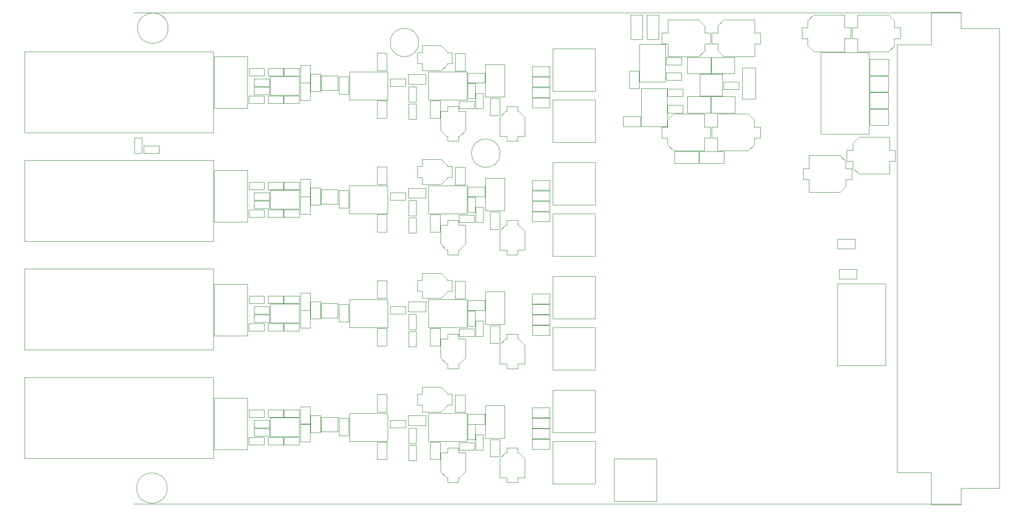
<source format=gbr>
G04 #@! TF.GenerationSoftware,KiCad,Pcbnew,(5.1.2)-1*
G04 #@! TF.CreationDate,2020-09-11T16:18:24+02:00*
G04 #@! TF.ProjectId,AFE_1CH_2V0,4146455f-3143-4485-9f32-56302e6b6963,3.1*
G04 #@! TF.SameCoordinates,Original*
G04 #@! TF.FileFunction,Other,User*
%FSLAX46Y46*%
G04 Gerber Fmt 4.6, Leading zero omitted, Abs format (unit mm)*
G04 Created by KiCad (PCBNEW (5.1.2)-1) date 2020-09-11 16:18:24*
%MOMM*%
%LPD*%
G04 APERTURE LIST*
%ADD10C,0.050000*%
G04 APERTURE END LIST*
D10*
X90000000Y-142500000D02*
X250000000Y-142500000D01*
X90000000Y-47500000D02*
X250000000Y-47500000D01*
X147049000Y-58905000D02*
X147049000Y-64305000D01*
X147049000Y-64305000D02*
X154449000Y-64305000D01*
X154449000Y-64305000D02*
X154449000Y-58905000D01*
X154449000Y-58905000D02*
X147049000Y-58905000D01*
X147049000Y-80915000D02*
X147049000Y-86315000D01*
X147049000Y-86315000D02*
X154449000Y-86315000D01*
X154449000Y-86315000D02*
X154449000Y-80915000D01*
X154449000Y-80915000D02*
X147049000Y-80915000D01*
X147049000Y-102925000D02*
X147049000Y-108325000D01*
X147049000Y-108325000D02*
X154449000Y-108325000D01*
X154449000Y-108325000D02*
X154449000Y-102925000D01*
X154449000Y-102925000D02*
X147049000Y-102925000D01*
X147049000Y-124935000D02*
X147049000Y-130335000D01*
X147049000Y-130335000D02*
X154449000Y-130335000D01*
X154449000Y-130335000D02*
X154449000Y-124935000D01*
X154449000Y-124935000D02*
X147049000Y-124935000D01*
X96520000Y-139425000D02*
G75*
G03X96520000Y-139425000I-2950000J0D01*
G01*
X96700000Y-50475000D02*
G75*
G03X96700000Y-50475000I-2950000J0D01*
G01*
X171033000Y-54457000D02*
X179233000Y-54457000D01*
X179233000Y-54457000D02*
X179233000Y-62657000D01*
X179233000Y-62657000D02*
X171033000Y-62657000D01*
X171033000Y-62657000D02*
X171033000Y-54457000D01*
X171033000Y-64363000D02*
X179233000Y-64363000D01*
X179233000Y-64363000D02*
X179233000Y-72563000D01*
X179233000Y-72563000D02*
X171033000Y-72563000D01*
X171033000Y-72563000D02*
X171033000Y-64363000D01*
X171033000Y-76467000D02*
X179233000Y-76467000D01*
X179233000Y-76467000D02*
X179233000Y-84667000D01*
X179233000Y-84667000D02*
X171033000Y-84667000D01*
X171033000Y-84667000D02*
X171033000Y-76467000D01*
X171033000Y-86373000D02*
X179233000Y-86373000D01*
X179233000Y-86373000D02*
X179233000Y-94573000D01*
X179233000Y-94573000D02*
X171033000Y-94573000D01*
X171033000Y-94573000D02*
X171033000Y-86373000D01*
X171033000Y-98477000D02*
X179233000Y-98477000D01*
X179233000Y-98477000D02*
X179233000Y-106677000D01*
X179233000Y-106677000D02*
X171033000Y-106677000D01*
X171033000Y-106677000D02*
X171033000Y-98477000D01*
X171033000Y-108383000D02*
X179233000Y-108383000D01*
X179233000Y-108383000D02*
X179233000Y-116583000D01*
X179233000Y-116583000D02*
X171033000Y-116583000D01*
X171033000Y-116583000D02*
X171033000Y-108383000D01*
X179233000Y-128687000D02*
X171033000Y-128687000D01*
X171033000Y-128687000D02*
X171033000Y-120487000D01*
X171033000Y-120487000D02*
X179233000Y-120487000D01*
X179233000Y-120487000D02*
X179233000Y-128687000D01*
X179233000Y-138593000D02*
X171033000Y-138593000D01*
X171033000Y-138593000D02*
X171033000Y-130393000D01*
X171033000Y-130393000D02*
X179233000Y-130393000D01*
X179233000Y-130393000D02*
X179233000Y-138593000D01*
X182894800Y-133796600D02*
X191094800Y-133796600D01*
X191094800Y-133796600D02*
X191094800Y-141996600D01*
X191094800Y-141996600D02*
X182894800Y-141996600D01*
X182894800Y-141996600D02*
X182894800Y-133796600D01*
X138999000Y-121304500D02*
X138999000Y-124664500D01*
X137099000Y-121304500D02*
X138999000Y-121304500D01*
X137099000Y-124664500D02*
X137099000Y-121304500D01*
X138999000Y-124664500D02*
X137099000Y-124664500D01*
X122252200Y-127029000D02*
X122252200Y-123669000D01*
X124152200Y-127029000D02*
X122252200Y-127029000D01*
X124152200Y-123669000D02*
X124152200Y-127029000D01*
X122252200Y-123669000D02*
X124152200Y-123669000D01*
X158943000Y-133379000D02*
X158943000Y-130019000D01*
X160843000Y-133379000D02*
X158943000Y-133379000D01*
X160843000Y-130019000D02*
X160843000Y-133379000D01*
X158943000Y-130019000D02*
X160843000Y-130019000D01*
X124252200Y-128715000D02*
X124252200Y-125355000D01*
X126152200Y-128715000D02*
X124252200Y-128715000D01*
X126152200Y-125355000D02*
X126152200Y-128715000D01*
X124252200Y-125355000D02*
X126152200Y-125355000D01*
X167103000Y-123891000D02*
X170463000Y-123891000D01*
X167103000Y-125791000D02*
X167103000Y-123891000D01*
X170463000Y-125791000D02*
X167103000Y-125791000D01*
X170463000Y-123891000D02*
X170463000Y-125791000D01*
X122252200Y-130428000D02*
X122252200Y-127068000D01*
X124152200Y-130428000D02*
X122252200Y-130428000D01*
X124152200Y-127068000D02*
X124152200Y-130428000D01*
X122252200Y-127068000D02*
X124152200Y-127068000D01*
X137099000Y-133887000D02*
X137099000Y-130527000D01*
X138999000Y-133887000D02*
X137099000Y-133887000D01*
X138999000Y-130527000D02*
X138999000Y-133887000D01*
X137099000Y-130527000D02*
X138999000Y-130527000D01*
X170463000Y-131887000D02*
X167103000Y-131887000D01*
X170463000Y-129987000D02*
X170463000Y-131887000D01*
X167103000Y-129987000D02*
X170463000Y-129987000D01*
X167103000Y-131887000D02*
X167103000Y-129987000D01*
X138999000Y-99294500D02*
X138999000Y-102654500D01*
X137099000Y-99294500D02*
X138999000Y-99294500D01*
X137099000Y-102654500D02*
X137099000Y-99294500D01*
X138999000Y-102654500D02*
X137099000Y-102654500D01*
X122252200Y-105019000D02*
X122252200Y-101659000D01*
X124152200Y-105019000D02*
X122252200Y-105019000D01*
X124152200Y-101659000D02*
X124152200Y-105019000D01*
X122252200Y-101659000D02*
X124152200Y-101659000D01*
X158943000Y-111369000D02*
X158943000Y-108009000D01*
X160843000Y-111369000D02*
X158943000Y-111369000D01*
X160843000Y-108009000D02*
X160843000Y-111369000D01*
X158943000Y-108009000D02*
X160843000Y-108009000D01*
X124252200Y-106705000D02*
X124252200Y-103345000D01*
X126152200Y-106705000D02*
X124252200Y-106705000D01*
X126152200Y-103345000D02*
X126152200Y-106705000D01*
X124252200Y-103345000D02*
X126152200Y-103345000D01*
X167103000Y-101881000D02*
X170463000Y-101881000D01*
X167103000Y-103781000D02*
X167103000Y-101881000D01*
X170463000Y-103781000D02*
X167103000Y-103781000D01*
X170463000Y-101881000D02*
X170463000Y-103781000D01*
X122252200Y-108418000D02*
X122252200Y-105058000D01*
X124152200Y-108418000D02*
X122252200Y-108418000D01*
X124152200Y-105058000D02*
X124152200Y-108418000D01*
X122252200Y-105058000D02*
X124152200Y-105058000D01*
X137099000Y-111877000D02*
X137099000Y-108517000D01*
X138999000Y-111877000D02*
X137099000Y-111877000D01*
X138999000Y-108517000D02*
X138999000Y-111877000D01*
X137099000Y-108517000D02*
X138999000Y-108517000D01*
X170463000Y-109877000D02*
X167103000Y-109877000D01*
X170463000Y-107977000D02*
X170463000Y-109877000D01*
X167103000Y-107977000D02*
X170463000Y-107977000D01*
X167103000Y-109877000D02*
X167103000Y-107977000D01*
X138999000Y-77284500D02*
X138999000Y-80644500D01*
X137099000Y-77284500D02*
X138999000Y-77284500D01*
X137099000Y-80644500D02*
X137099000Y-77284500D01*
X138999000Y-80644500D02*
X137099000Y-80644500D01*
X122252200Y-83009000D02*
X122252200Y-79649000D01*
X124152200Y-83009000D02*
X122252200Y-83009000D01*
X124152200Y-79649000D02*
X124152200Y-83009000D01*
X122252200Y-79649000D02*
X124152200Y-79649000D01*
X158943000Y-89359000D02*
X158943000Y-85999000D01*
X160843000Y-89359000D02*
X158943000Y-89359000D01*
X160843000Y-85999000D02*
X160843000Y-89359000D01*
X158943000Y-85999000D02*
X160843000Y-85999000D01*
X124252200Y-84695000D02*
X124252200Y-81335000D01*
X126152200Y-84695000D02*
X124252200Y-84695000D01*
X126152200Y-81335000D02*
X126152200Y-84695000D01*
X124252200Y-81335000D02*
X126152200Y-81335000D01*
X167103000Y-79871000D02*
X170463000Y-79871000D01*
X167103000Y-81771000D02*
X167103000Y-79871000D01*
X170463000Y-81771000D02*
X167103000Y-81771000D01*
X170463000Y-79871000D02*
X170463000Y-81771000D01*
X122252200Y-86408000D02*
X122252200Y-83048000D01*
X124152200Y-86408000D02*
X122252200Y-86408000D01*
X124152200Y-83048000D02*
X124152200Y-86408000D01*
X122252200Y-83048000D02*
X124152200Y-83048000D01*
X137099000Y-89867000D02*
X137099000Y-86507000D01*
X138999000Y-89867000D02*
X137099000Y-89867000D01*
X138999000Y-86507000D02*
X138999000Y-89867000D01*
X137099000Y-86507000D02*
X138999000Y-86507000D01*
X170463000Y-87867000D02*
X167103000Y-87867000D01*
X170463000Y-85967000D02*
X170463000Y-87867000D01*
X167103000Y-85967000D02*
X170463000Y-85967000D01*
X167103000Y-87867000D02*
X167103000Y-85967000D01*
X138999000Y-55274500D02*
X138999000Y-58634500D01*
X137099000Y-55274500D02*
X138999000Y-55274500D01*
X137099000Y-58634500D02*
X137099000Y-55274500D01*
X138999000Y-58634500D02*
X137099000Y-58634500D01*
X122252200Y-60999000D02*
X122252200Y-57639000D01*
X124152200Y-60999000D02*
X122252200Y-60999000D01*
X124152200Y-57639000D02*
X124152200Y-60999000D01*
X122252200Y-57639000D02*
X124152200Y-57639000D01*
X158943000Y-67349000D02*
X158943000Y-63989000D01*
X160843000Y-67349000D02*
X158943000Y-67349000D01*
X160843000Y-63989000D02*
X160843000Y-67349000D01*
X158943000Y-63989000D02*
X160843000Y-63989000D01*
X124252200Y-62685000D02*
X124252200Y-59325000D01*
X126152200Y-62685000D02*
X124252200Y-62685000D01*
X126152200Y-59325000D02*
X126152200Y-62685000D01*
X124252200Y-59325000D02*
X126152200Y-59325000D01*
X167103000Y-57861000D02*
X170463000Y-57861000D01*
X167103000Y-59761000D02*
X167103000Y-57861000D01*
X170463000Y-59761000D02*
X167103000Y-59761000D01*
X170463000Y-57861000D02*
X170463000Y-59761000D01*
X122252200Y-64398000D02*
X122252200Y-61038000D01*
X124152200Y-64398000D02*
X122252200Y-64398000D01*
X124152200Y-61038000D02*
X124152200Y-64398000D01*
X122252200Y-61038000D02*
X124152200Y-61038000D01*
X137099000Y-67857000D02*
X137099000Y-64497000D01*
X138999000Y-67857000D02*
X137099000Y-67857000D01*
X138999000Y-64497000D02*
X138999000Y-67857000D01*
X137099000Y-64497000D02*
X138999000Y-64497000D01*
X170463000Y-65857000D02*
X167103000Y-65857000D01*
X170463000Y-63957000D02*
X170463000Y-65857000D01*
X167103000Y-63957000D02*
X170463000Y-63957000D01*
X167103000Y-65857000D02*
X167103000Y-63957000D01*
X129489000Y-125727000D02*
X126289000Y-125727000D01*
X129489000Y-128527000D02*
X126289000Y-128527000D01*
X129489000Y-128527000D02*
X129489000Y-125727000D01*
X126289000Y-125727000D02*
X126289000Y-128527000D01*
X129489000Y-103717000D02*
X126289000Y-103717000D01*
X129489000Y-106517000D02*
X126289000Y-106517000D01*
X129489000Y-106517000D02*
X129489000Y-103717000D01*
X126289000Y-103717000D02*
X126289000Y-106517000D01*
X129489000Y-81707000D02*
X126289000Y-81707000D01*
X129489000Y-84507000D02*
X126289000Y-84507000D01*
X129489000Y-84507000D02*
X129489000Y-81707000D01*
X126289000Y-81707000D02*
X126289000Y-84507000D01*
X129489000Y-59697000D02*
X126289000Y-59697000D01*
X129489000Y-62497000D02*
X126289000Y-62497000D01*
X129489000Y-62497000D02*
X129489000Y-59697000D01*
X126289000Y-59697000D02*
X126289000Y-62497000D01*
X112337500Y-124238000D02*
X115297500Y-124238000D01*
X112337500Y-125698000D02*
X112337500Y-124238000D01*
X115297500Y-125698000D02*
X112337500Y-125698000D01*
X115297500Y-124238000D02*
X115297500Y-125698000D01*
X112286500Y-129572000D02*
X115246500Y-129572000D01*
X112286500Y-131032000D02*
X112286500Y-129572000D01*
X115246500Y-131032000D02*
X112286500Y-131032000D01*
X115246500Y-129572000D02*
X115246500Y-131032000D01*
X129733000Y-129236500D02*
X129733000Y-125876500D01*
X131633000Y-129236500D02*
X129733000Y-129236500D01*
X131633000Y-125876500D02*
X131633000Y-129236500D01*
X129733000Y-125876500D02*
X131633000Y-125876500D01*
X167103000Y-125923000D02*
X170463000Y-125923000D01*
X167103000Y-127823000D02*
X167103000Y-125923000D01*
X170463000Y-127823000D02*
X167103000Y-127823000D01*
X170463000Y-125923000D02*
X170463000Y-127823000D01*
X115995000Y-129572000D02*
X118955000Y-129572000D01*
X115995000Y-131032000D02*
X115995000Y-129572000D01*
X118955000Y-131032000D02*
X115995000Y-131032000D01*
X118955000Y-129572000D02*
X118955000Y-131032000D01*
X113328000Y-126270000D02*
X116288000Y-126270000D01*
X113328000Y-127730000D02*
X113328000Y-126270000D01*
X116288000Y-127730000D02*
X113328000Y-127730000D01*
X116288000Y-126270000D02*
X116288000Y-127730000D01*
X118955000Y-125698000D02*
X115995000Y-125698000D01*
X118955000Y-124238000D02*
X118955000Y-125698000D01*
X115995000Y-124238000D02*
X118955000Y-124238000D01*
X115995000Y-125698000D02*
X115995000Y-124238000D01*
X122003000Y-131032000D02*
X119043000Y-131032000D01*
X122003000Y-129572000D02*
X122003000Y-131032000D01*
X119043000Y-129572000D02*
X122003000Y-129572000D01*
X119043000Y-131032000D02*
X119043000Y-129572000D01*
X167103000Y-127955000D02*
X170463000Y-127955000D01*
X167103000Y-129855000D02*
X167103000Y-127955000D01*
X170463000Y-129855000D02*
X167103000Y-129855000D01*
X170463000Y-127955000D02*
X170463000Y-129855000D01*
X112337500Y-102228000D02*
X115297500Y-102228000D01*
X112337500Y-103688000D02*
X112337500Y-102228000D01*
X115297500Y-103688000D02*
X112337500Y-103688000D01*
X115297500Y-102228000D02*
X115297500Y-103688000D01*
X112286500Y-107562000D02*
X115246500Y-107562000D01*
X112286500Y-109022000D02*
X112286500Y-107562000D01*
X115246500Y-109022000D02*
X112286500Y-109022000D01*
X115246500Y-107562000D02*
X115246500Y-109022000D01*
X129733000Y-107226500D02*
X129733000Y-103866500D01*
X131633000Y-107226500D02*
X129733000Y-107226500D01*
X131633000Y-103866500D02*
X131633000Y-107226500D01*
X129733000Y-103866500D02*
X131633000Y-103866500D01*
X167103000Y-103913000D02*
X170463000Y-103913000D01*
X167103000Y-105813000D02*
X167103000Y-103913000D01*
X170463000Y-105813000D02*
X167103000Y-105813000D01*
X170463000Y-103913000D02*
X170463000Y-105813000D01*
X115995000Y-107562000D02*
X118955000Y-107562000D01*
X115995000Y-109022000D02*
X115995000Y-107562000D01*
X118955000Y-109022000D02*
X115995000Y-109022000D01*
X118955000Y-107562000D02*
X118955000Y-109022000D01*
X113328000Y-104260000D02*
X116288000Y-104260000D01*
X113328000Y-105720000D02*
X113328000Y-104260000D01*
X116288000Y-105720000D02*
X113328000Y-105720000D01*
X116288000Y-104260000D02*
X116288000Y-105720000D01*
X118955000Y-103688000D02*
X115995000Y-103688000D01*
X118955000Y-102228000D02*
X118955000Y-103688000D01*
X115995000Y-102228000D02*
X118955000Y-102228000D01*
X115995000Y-103688000D02*
X115995000Y-102228000D01*
X122003000Y-109022000D02*
X119043000Y-109022000D01*
X122003000Y-107562000D02*
X122003000Y-109022000D01*
X119043000Y-107562000D02*
X122003000Y-107562000D01*
X119043000Y-109022000D02*
X119043000Y-107562000D01*
X167103000Y-105945000D02*
X170463000Y-105945000D01*
X167103000Y-107845000D02*
X167103000Y-105945000D01*
X170463000Y-107845000D02*
X167103000Y-107845000D01*
X170463000Y-105945000D02*
X170463000Y-107845000D01*
X112337500Y-80218000D02*
X115297500Y-80218000D01*
X112337500Y-81678000D02*
X112337500Y-80218000D01*
X115297500Y-81678000D02*
X112337500Y-81678000D01*
X115297500Y-80218000D02*
X115297500Y-81678000D01*
X112286500Y-85552000D02*
X115246500Y-85552000D01*
X112286500Y-87012000D02*
X112286500Y-85552000D01*
X115246500Y-87012000D02*
X112286500Y-87012000D01*
X115246500Y-85552000D02*
X115246500Y-87012000D01*
X129733000Y-85216500D02*
X129733000Y-81856500D01*
X131633000Y-85216500D02*
X129733000Y-85216500D01*
X131633000Y-81856500D02*
X131633000Y-85216500D01*
X129733000Y-81856500D02*
X131633000Y-81856500D01*
X167103000Y-81903000D02*
X170463000Y-81903000D01*
X167103000Y-83803000D02*
X167103000Y-81903000D01*
X170463000Y-83803000D02*
X167103000Y-83803000D01*
X170463000Y-81903000D02*
X170463000Y-83803000D01*
X115995000Y-85552000D02*
X118955000Y-85552000D01*
X115995000Y-87012000D02*
X115995000Y-85552000D01*
X118955000Y-87012000D02*
X115995000Y-87012000D01*
X118955000Y-85552000D02*
X118955000Y-87012000D01*
X113328000Y-82250000D02*
X116288000Y-82250000D01*
X113328000Y-83710000D02*
X113328000Y-82250000D01*
X116288000Y-83710000D02*
X113328000Y-83710000D01*
X116288000Y-82250000D02*
X116288000Y-83710000D01*
X118955000Y-81678000D02*
X115995000Y-81678000D01*
X118955000Y-80218000D02*
X118955000Y-81678000D01*
X115995000Y-80218000D02*
X118955000Y-80218000D01*
X115995000Y-81678000D02*
X115995000Y-80218000D01*
X122003000Y-87012000D02*
X119043000Y-87012000D01*
X122003000Y-85552000D02*
X122003000Y-87012000D01*
X119043000Y-85552000D02*
X122003000Y-85552000D01*
X119043000Y-87012000D02*
X119043000Y-85552000D01*
X167103000Y-83935000D02*
X170463000Y-83935000D01*
X167103000Y-85835000D02*
X167103000Y-83935000D01*
X170463000Y-85835000D02*
X167103000Y-85835000D01*
X170463000Y-83935000D02*
X170463000Y-85835000D01*
X112337500Y-58208000D02*
X115297500Y-58208000D01*
X112337500Y-59668000D02*
X112337500Y-58208000D01*
X115297500Y-59668000D02*
X112337500Y-59668000D01*
X115297500Y-58208000D02*
X115297500Y-59668000D01*
X112286500Y-63542000D02*
X115246500Y-63542000D01*
X112286500Y-65002000D02*
X112286500Y-63542000D01*
X115246500Y-65002000D02*
X112286500Y-65002000D01*
X115246500Y-63542000D02*
X115246500Y-65002000D01*
X129733000Y-63206500D02*
X129733000Y-59846500D01*
X131633000Y-63206500D02*
X129733000Y-63206500D01*
X131633000Y-59846500D02*
X131633000Y-63206500D01*
X129733000Y-59846500D02*
X131633000Y-59846500D01*
X167103000Y-59893000D02*
X170463000Y-59893000D01*
X167103000Y-61793000D02*
X167103000Y-59893000D01*
X170463000Y-61793000D02*
X167103000Y-61793000D01*
X170463000Y-59893000D02*
X170463000Y-61793000D01*
X115995000Y-63542000D02*
X118955000Y-63542000D01*
X115995000Y-65002000D02*
X115995000Y-63542000D01*
X118955000Y-65002000D02*
X115995000Y-65002000D01*
X118955000Y-63542000D02*
X118955000Y-65002000D01*
X113328000Y-60240000D02*
X116288000Y-60240000D01*
X113328000Y-61700000D02*
X113328000Y-60240000D01*
X116288000Y-61700000D02*
X113328000Y-61700000D01*
X116288000Y-60240000D02*
X116288000Y-61700000D01*
X118955000Y-59668000D02*
X115995000Y-59668000D01*
X118955000Y-58208000D02*
X118955000Y-59668000D01*
X115995000Y-58208000D02*
X118955000Y-58208000D01*
X115995000Y-59668000D02*
X115995000Y-58208000D01*
X122003000Y-65002000D02*
X119043000Y-65002000D01*
X122003000Y-63542000D02*
X122003000Y-65002000D01*
X119043000Y-63542000D02*
X122003000Y-63542000D01*
X119043000Y-65002000D02*
X119043000Y-63542000D01*
X167103000Y-61925000D02*
X170463000Y-61925000D01*
X167103000Y-63825000D02*
X167103000Y-61925000D01*
X170463000Y-63825000D02*
X167103000Y-63825000D01*
X170463000Y-61925000D02*
X170463000Y-63825000D01*
X116402200Y-129435000D02*
X122002200Y-129435000D01*
X116402200Y-125835000D02*
X122002200Y-125835000D01*
X122002200Y-125835000D02*
X122002200Y-129435000D01*
X116402200Y-125835000D02*
X116402200Y-129435000D01*
X116402200Y-107425000D02*
X122002200Y-107425000D01*
X116402200Y-103825000D02*
X122002200Y-103825000D01*
X122002200Y-103825000D02*
X122002200Y-107425000D01*
X116402200Y-103825000D02*
X116402200Y-107425000D01*
X116402200Y-85415000D02*
X122002200Y-85415000D01*
X116402200Y-81815000D02*
X122002200Y-81815000D01*
X122002200Y-81815000D02*
X122002200Y-85415000D01*
X116402200Y-81815000D02*
X116402200Y-85415000D01*
X116402200Y-63405000D02*
X122002200Y-63405000D01*
X116402200Y-59805000D02*
X122002200Y-59805000D01*
X122002200Y-59805000D02*
X122002200Y-63405000D01*
X116402200Y-59805000D02*
X116402200Y-63405000D01*
X139158200Y-124935000D02*
X131758200Y-124935000D01*
X139158200Y-130335000D02*
X139158200Y-124935000D01*
X131758200Y-130335000D02*
X139158200Y-130335000D01*
X131758200Y-124935000D02*
X131758200Y-130335000D01*
X161743000Y-129769000D02*
X161743000Y-123469000D01*
X158043000Y-129769000D02*
X158043000Y-123469000D01*
X158043000Y-123469000D02*
X161743000Y-123469000D01*
X158043000Y-129769000D02*
X161743000Y-129769000D01*
X139158200Y-102925000D02*
X131758200Y-102925000D01*
X139158200Y-108325000D02*
X139158200Y-102925000D01*
X131758200Y-108325000D02*
X139158200Y-108325000D01*
X131758200Y-102925000D02*
X131758200Y-108325000D01*
X161743000Y-107759000D02*
X161743000Y-101459000D01*
X158043000Y-107759000D02*
X158043000Y-101459000D01*
X158043000Y-101459000D02*
X161743000Y-101459000D01*
X158043000Y-107759000D02*
X161743000Y-107759000D01*
X139158200Y-80915000D02*
X131758200Y-80915000D01*
X139158200Y-86315000D02*
X139158200Y-80915000D01*
X131758200Y-86315000D02*
X139158200Y-86315000D01*
X131758200Y-80915000D02*
X131758200Y-86315000D01*
X161743000Y-85749000D02*
X161743000Y-79449000D01*
X158043000Y-85749000D02*
X158043000Y-79449000D01*
X158043000Y-79449000D02*
X161743000Y-79449000D01*
X158043000Y-85749000D02*
X161743000Y-85749000D01*
X139158200Y-58905000D02*
X131758200Y-58905000D01*
X139158200Y-64305000D02*
X139158200Y-58905000D01*
X131758200Y-64305000D02*
X139158200Y-64305000D01*
X131758200Y-58905000D02*
X131758200Y-64305000D01*
X161743000Y-63739000D02*
X161743000Y-57439000D01*
X158043000Y-63739000D02*
X158043000Y-57439000D01*
X158043000Y-57439000D02*
X161743000Y-57439000D01*
X158043000Y-63739000D02*
X161743000Y-63739000D01*
X162145000Y-131651000D02*
X162145000Y-132601000D01*
X164245000Y-131651000D02*
X162145000Y-131651000D01*
X164245000Y-132601000D02*
X164245000Y-131651000D01*
X162145000Y-132601000D02*
X161945000Y-132601000D01*
X164445000Y-132601000D02*
X164245000Y-132601000D01*
X164445000Y-132601000D02*
X165595000Y-133751000D01*
X161945000Y-132601000D02*
X160795000Y-133751000D01*
X165595000Y-133751000D02*
X165595000Y-137401000D01*
X160795000Y-133751000D02*
X160795000Y-137401000D01*
X162145000Y-137401000D02*
X160795000Y-137401000D01*
X162145000Y-138351000D02*
X162145000Y-137401000D01*
X164245000Y-138351000D02*
X162145000Y-138351000D01*
X164245000Y-137401000D02*
X164245000Y-138351000D01*
X165595000Y-137401000D02*
X164245000Y-137401000D01*
X162145000Y-109641000D02*
X162145000Y-110591000D01*
X164245000Y-109641000D02*
X162145000Y-109641000D01*
X164245000Y-110591000D02*
X164245000Y-109641000D01*
X162145000Y-110591000D02*
X161945000Y-110591000D01*
X164445000Y-110591000D02*
X164245000Y-110591000D01*
X164445000Y-110591000D02*
X165595000Y-111741000D01*
X161945000Y-110591000D02*
X160795000Y-111741000D01*
X165595000Y-111741000D02*
X165595000Y-115391000D01*
X160795000Y-111741000D02*
X160795000Y-115391000D01*
X162145000Y-115391000D02*
X160795000Y-115391000D01*
X162145000Y-116341000D02*
X162145000Y-115391000D01*
X164245000Y-116341000D02*
X162145000Y-116341000D01*
X164245000Y-115391000D02*
X164245000Y-116341000D01*
X165595000Y-115391000D02*
X164245000Y-115391000D01*
X162145000Y-87631000D02*
X162145000Y-88581000D01*
X164245000Y-87631000D02*
X162145000Y-87631000D01*
X164245000Y-88581000D02*
X164245000Y-87631000D01*
X162145000Y-88581000D02*
X161945000Y-88581000D01*
X164445000Y-88581000D02*
X164245000Y-88581000D01*
X164445000Y-88581000D02*
X165595000Y-89731000D01*
X161945000Y-88581000D02*
X160795000Y-89731000D01*
X165595000Y-89731000D02*
X165595000Y-93381000D01*
X160795000Y-89731000D02*
X160795000Y-93381000D01*
X162145000Y-93381000D02*
X160795000Y-93381000D01*
X162145000Y-94331000D02*
X162145000Y-93381000D01*
X164245000Y-94331000D02*
X162145000Y-94331000D01*
X164245000Y-93381000D02*
X164245000Y-94331000D01*
X165595000Y-93381000D02*
X164245000Y-93381000D01*
X162145000Y-65621000D02*
X162145000Y-66571000D01*
X164245000Y-65621000D02*
X162145000Y-65621000D01*
X164245000Y-66571000D02*
X164245000Y-65621000D01*
X162145000Y-66571000D02*
X161945000Y-66571000D01*
X164445000Y-66571000D02*
X164245000Y-66571000D01*
X164445000Y-66571000D02*
X165595000Y-67721000D01*
X161945000Y-66571000D02*
X160795000Y-67721000D01*
X165595000Y-67721000D02*
X165595000Y-71371000D01*
X160795000Y-67721000D02*
X160795000Y-71371000D01*
X162145000Y-71371000D02*
X160795000Y-71371000D01*
X162145000Y-72321000D02*
X162145000Y-71371000D01*
X164245000Y-72321000D02*
X162145000Y-72321000D01*
X164245000Y-71371000D02*
X164245000Y-72321000D01*
X165595000Y-71371000D02*
X164245000Y-71371000D01*
X145142400Y-53247800D02*
G75*
G03X145142400Y-53247800I-2750000J0D01*
G01*
X160865000Y-74666600D02*
G75*
G03X160865000Y-74666600I-2750000J0D01*
G01*
X154591000Y-130067500D02*
X154591000Y-127107500D01*
X156051000Y-130067500D02*
X154591000Y-130067500D01*
X156051000Y-127107500D02*
X156051000Y-130067500D01*
X154591000Y-127107500D02*
X156051000Y-127107500D01*
X157953500Y-127061000D02*
X154593500Y-127061000D01*
X157953500Y-125161000D02*
X157953500Y-127061000D01*
X154593500Y-125161000D02*
X157953500Y-125161000D01*
X154593500Y-127061000D02*
X154593500Y-125161000D01*
X151559000Y-121251000D02*
X150609000Y-121251000D01*
X151559000Y-123351000D02*
X151559000Y-121251000D01*
X150609000Y-123351000D02*
X151559000Y-123351000D01*
X150609000Y-121251000D02*
X150609000Y-121051000D01*
X150609000Y-123551000D02*
X150609000Y-123351000D01*
X150609000Y-123551000D02*
X149459000Y-124701000D01*
X150609000Y-121051000D02*
X149459000Y-119901000D01*
X149459000Y-124701000D02*
X145809000Y-124701000D01*
X149459000Y-119901000D02*
X145809000Y-119901000D01*
X145809000Y-121251000D02*
X145809000Y-119901000D01*
X144859000Y-121251000D02*
X145809000Y-121251000D01*
X144859000Y-123351000D02*
X144859000Y-121251000D01*
X145809000Y-123351000D02*
X144859000Y-123351000D01*
X145809000Y-124701000D02*
X145809000Y-123351000D01*
X152212000Y-124743000D02*
X152212000Y-121383000D01*
X154112000Y-124743000D02*
X152212000Y-124743000D01*
X154112000Y-121383000D02*
X154112000Y-124743000D01*
X152212000Y-121383000D02*
X154112000Y-121383000D01*
X144621000Y-131108000D02*
X144621000Y-134068000D01*
X143161000Y-131108000D02*
X144621000Y-131108000D01*
X143161000Y-134068000D02*
X143161000Y-131108000D01*
X144621000Y-134068000D02*
X143161000Y-134068000D01*
X143100000Y-125415000D02*
X146460000Y-125415000D01*
X143100000Y-127315000D02*
X143100000Y-125415000D01*
X146460000Y-127315000D02*
X143100000Y-127315000D01*
X146460000Y-125415000D02*
X146460000Y-127315000D01*
X149286000Y-130527000D02*
X149286000Y-133887000D01*
X147386000Y-130527000D02*
X149286000Y-130527000D01*
X147386000Y-133887000D02*
X147386000Y-130527000D01*
X149286000Y-133887000D02*
X147386000Y-133887000D01*
X152815000Y-138351000D02*
X152815000Y-137401000D01*
X150715000Y-138351000D02*
X152815000Y-138351000D01*
X150715000Y-137401000D02*
X150715000Y-138351000D01*
X152815000Y-137401000D02*
X153015000Y-137401000D01*
X150515000Y-137401000D02*
X150715000Y-137401000D01*
X150515000Y-137401000D02*
X149365000Y-136251000D01*
X153015000Y-137401000D02*
X154165000Y-136251000D01*
X149365000Y-136251000D02*
X149365000Y-132601000D01*
X154165000Y-136251000D02*
X154165000Y-132601000D01*
X152815000Y-132601000D02*
X154165000Y-132601000D01*
X152815000Y-131651000D02*
X152815000Y-132601000D01*
X150715000Y-131651000D02*
X152815000Y-131651000D01*
X150715000Y-132601000D02*
X150715000Y-131651000D01*
X149365000Y-132601000D02*
X150715000Y-132601000D01*
X154591000Y-108121000D02*
X154591000Y-105161000D01*
X156051000Y-108121000D02*
X154591000Y-108121000D01*
X156051000Y-105161000D02*
X156051000Y-108121000D01*
X154591000Y-105161000D02*
X156051000Y-105161000D01*
X157953500Y-105051000D02*
X154593500Y-105051000D01*
X157953500Y-103151000D02*
X157953500Y-105051000D01*
X154593500Y-103151000D02*
X157953500Y-103151000D01*
X154593500Y-105051000D02*
X154593500Y-103151000D01*
X151559000Y-99241000D02*
X150609000Y-99241000D01*
X151559000Y-101341000D02*
X151559000Y-99241000D01*
X150609000Y-101341000D02*
X151559000Y-101341000D01*
X150609000Y-99241000D02*
X150609000Y-99041000D01*
X150609000Y-101541000D02*
X150609000Y-101341000D01*
X150609000Y-101541000D02*
X149459000Y-102691000D01*
X150609000Y-99041000D02*
X149459000Y-97891000D01*
X149459000Y-102691000D02*
X145809000Y-102691000D01*
X149459000Y-97891000D02*
X145809000Y-97891000D01*
X145809000Y-99241000D02*
X145809000Y-97891000D01*
X144859000Y-99241000D02*
X145809000Y-99241000D01*
X144859000Y-101341000D02*
X144859000Y-99241000D01*
X145809000Y-101341000D02*
X144859000Y-101341000D01*
X145809000Y-102691000D02*
X145809000Y-101341000D01*
X152212000Y-102733000D02*
X152212000Y-99373000D01*
X154112000Y-102733000D02*
X152212000Y-102733000D01*
X154112000Y-99373000D02*
X154112000Y-102733000D01*
X152212000Y-99373000D02*
X154112000Y-99373000D01*
X144621000Y-109098000D02*
X144621000Y-112058000D01*
X143161000Y-109098000D02*
X144621000Y-109098000D01*
X143161000Y-112058000D02*
X143161000Y-109098000D01*
X144621000Y-112058000D02*
X143161000Y-112058000D01*
X143100000Y-103405000D02*
X146460000Y-103405000D01*
X143100000Y-105305000D02*
X143100000Y-103405000D01*
X146460000Y-105305000D02*
X143100000Y-105305000D01*
X146460000Y-103405000D02*
X146460000Y-105305000D01*
X149286000Y-108517000D02*
X149286000Y-111877000D01*
X147386000Y-108517000D02*
X149286000Y-108517000D01*
X147386000Y-111877000D02*
X147386000Y-108517000D01*
X149286000Y-111877000D02*
X147386000Y-111877000D01*
X152815000Y-116341000D02*
X152815000Y-115391000D01*
X150715000Y-116341000D02*
X152815000Y-116341000D01*
X150715000Y-115391000D02*
X150715000Y-116341000D01*
X152815000Y-115391000D02*
X153015000Y-115391000D01*
X150515000Y-115391000D02*
X150715000Y-115391000D01*
X150515000Y-115391000D02*
X149365000Y-114241000D01*
X153015000Y-115391000D02*
X154165000Y-114241000D01*
X149365000Y-114241000D02*
X149365000Y-110591000D01*
X154165000Y-114241000D02*
X154165000Y-110591000D01*
X152815000Y-110591000D02*
X154165000Y-110591000D01*
X152815000Y-109641000D02*
X152815000Y-110591000D01*
X150715000Y-109641000D02*
X152815000Y-109641000D01*
X150715000Y-110591000D02*
X150715000Y-109641000D01*
X149365000Y-110591000D02*
X150715000Y-110591000D01*
X154591000Y-86111000D02*
X154591000Y-83151000D01*
X156051000Y-86111000D02*
X154591000Y-86111000D01*
X156051000Y-83151000D02*
X156051000Y-86111000D01*
X154591000Y-83151000D02*
X156051000Y-83151000D01*
X157953500Y-83041000D02*
X154593500Y-83041000D01*
X157953500Y-81141000D02*
X157953500Y-83041000D01*
X154593500Y-81141000D02*
X157953500Y-81141000D01*
X154593500Y-83041000D02*
X154593500Y-81141000D01*
X151559000Y-77231000D02*
X150609000Y-77231000D01*
X151559000Y-79331000D02*
X151559000Y-77231000D01*
X150609000Y-79331000D02*
X151559000Y-79331000D01*
X150609000Y-77231000D02*
X150609000Y-77031000D01*
X150609000Y-79531000D02*
X150609000Y-79331000D01*
X150609000Y-79531000D02*
X149459000Y-80681000D01*
X150609000Y-77031000D02*
X149459000Y-75881000D01*
X149459000Y-80681000D02*
X145809000Y-80681000D01*
X149459000Y-75881000D02*
X145809000Y-75881000D01*
X145809000Y-77231000D02*
X145809000Y-75881000D01*
X144859000Y-77231000D02*
X145809000Y-77231000D01*
X144859000Y-79331000D02*
X144859000Y-77231000D01*
X145809000Y-79331000D02*
X144859000Y-79331000D01*
X145809000Y-80681000D02*
X145809000Y-79331000D01*
X152212000Y-80723000D02*
X152212000Y-77363000D01*
X154112000Y-80723000D02*
X152212000Y-80723000D01*
X154112000Y-77363000D02*
X154112000Y-80723000D01*
X152212000Y-77363000D02*
X154112000Y-77363000D01*
X144621000Y-87088000D02*
X144621000Y-90048000D01*
X143161000Y-87088000D02*
X144621000Y-87088000D01*
X143161000Y-90048000D02*
X143161000Y-87088000D01*
X144621000Y-90048000D02*
X143161000Y-90048000D01*
X143100000Y-81395000D02*
X146460000Y-81395000D01*
X143100000Y-83295000D02*
X143100000Y-81395000D01*
X146460000Y-83295000D02*
X143100000Y-83295000D01*
X146460000Y-81395000D02*
X146460000Y-83295000D01*
X149286000Y-86507000D02*
X149286000Y-89867000D01*
X147386000Y-86507000D02*
X149286000Y-86507000D01*
X147386000Y-89867000D02*
X147386000Y-86507000D01*
X149286000Y-89867000D02*
X147386000Y-89867000D01*
X152815000Y-94331000D02*
X152815000Y-93381000D01*
X150715000Y-94331000D02*
X152815000Y-94331000D01*
X150715000Y-93381000D02*
X150715000Y-94331000D01*
X152815000Y-93381000D02*
X153015000Y-93381000D01*
X150515000Y-93381000D02*
X150715000Y-93381000D01*
X150515000Y-93381000D02*
X149365000Y-92231000D01*
X153015000Y-93381000D02*
X154165000Y-92231000D01*
X149365000Y-92231000D02*
X149365000Y-88581000D01*
X154165000Y-92231000D02*
X154165000Y-88581000D01*
X152815000Y-88581000D02*
X154165000Y-88581000D01*
X152815000Y-87631000D02*
X152815000Y-88581000D01*
X150715000Y-87631000D02*
X152815000Y-87631000D01*
X150715000Y-88581000D02*
X150715000Y-87631000D01*
X149365000Y-88581000D02*
X150715000Y-88581000D01*
X154591000Y-64101000D02*
X154591000Y-61141000D01*
X156051000Y-64101000D02*
X154591000Y-64101000D01*
X156051000Y-61141000D02*
X156051000Y-64101000D01*
X154591000Y-61141000D02*
X156051000Y-61141000D01*
X157953500Y-61031000D02*
X154593500Y-61031000D01*
X157953500Y-59131000D02*
X157953500Y-61031000D01*
X154593500Y-59131000D02*
X157953500Y-59131000D01*
X154593500Y-61031000D02*
X154593500Y-59131000D01*
X151559000Y-55221000D02*
X150609000Y-55221000D01*
X151559000Y-57321000D02*
X151559000Y-55221000D01*
X150609000Y-57321000D02*
X151559000Y-57321000D01*
X150609000Y-55221000D02*
X150609000Y-55021000D01*
X150609000Y-57521000D02*
X150609000Y-57321000D01*
X150609000Y-57521000D02*
X149459000Y-58671000D01*
X150609000Y-55021000D02*
X149459000Y-53871000D01*
X149459000Y-58671000D02*
X145809000Y-58671000D01*
X149459000Y-53871000D02*
X145809000Y-53871000D01*
X145809000Y-55221000D02*
X145809000Y-53871000D01*
X144859000Y-55221000D02*
X145809000Y-55221000D01*
X144859000Y-57321000D02*
X144859000Y-55221000D01*
X145809000Y-57321000D02*
X144859000Y-57321000D01*
X145809000Y-58671000D02*
X145809000Y-57321000D01*
X152212000Y-58713000D02*
X152212000Y-55353000D01*
X154112000Y-58713000D02*
X152212000Y-58713000D01*
X154112000Y-55353000D02*
X154112000Y-58713000D01*
X152212000Y-55353000D02*
X154112000Y-55353000D01*
X144621000Y-65078000D02*
X144621000Y-68038000D01*
X143161000Y-65078000D02*
X144621000Y-65078000D01*
X143161000Y-68038000D02*
X143161000Y-65078000D01*
X144621000Y-68038000D02*
X143161000Y-68038000D01*
X143100000Y-59385000D02*
X146460000Y-59385000D01*
X143100000Y-61285000D02*
X143100000Y-59385000D01*
X146460000Y-61285000D02*
X143100000Y-61285000D01*
X146460000Y-59385000D02*
X146460000Y-61285000D01*
X149286000Y-64497000D02*
X149286000Y-67857000D01*
X147386000Y-64497000D02*
X149286000Y-64497000D01*
X147386000Y-67857000D02*
X147386000Y-64497000D01*
X149286000Y-67857000D02*
X147386000Y-67857000D01*
X152815000Y-72321000D02*
X152815000Y-71371000D01*
X150715000Y-72321000D02*
X152815000Y-72321000D01*
X150715000Y-71371000D02*
X150715000Y-72321000D01*
X152815000Y-71371000D02*
X153015000Y-71371000D01*
X150515000Y-71371000D02*
X150715000Y-71371000D01*
X150515000Y-71371000D02*
X149365000Y-70221000D01*
X153015000Y-71371000D02*
X154165000Y-70221000D01*
X149365000Y-70221000D02*
X149365000Y-66571000D01*
X154165000Y-70221000D02*
X154165000Y-66571000D01*
X152815000Y-66571000D02*
X154165000Y-66571000D01*
X152815000Y-65621000D02*
X152815000Y-66571000D01*
X150715000Y-65621000D02*
X152815000Y-65621000D01*
X150715000Y-66571000D02*
X150715000Y-65621000D01*
X149365000Y-66571000D02*
X150715000Y-66571000D01*
X112065200Y-122000000D02*
X112065200Y-132000000D01*
X105565200Y-122000000D02*
X112065200Y-122000000D01*
X105565200Y-132000000D02*
X105565200Y-122000000D01*
X112065200Y-132000000D02*
X105565200Y-132000000D01*
X112065200Y-99986666D02*
X112065200Y-109986666D01*
X105565200Y-99986666D02*
X112065200Y-99986666D01*
X105565200Y-109986666D02*
X105565200Y-99986666D01*
X112065200Y-109986666D02*
X105565200Y-109986666D01*
X112065200Y-77973333D02*
X112065200Y-87973333D01*
X105565200Y-77973333D02*
X112065200Y-77973333D01*
X105565200Y-87973333D02*
X105565200Y-77973333D01*
X112065200Y-87973333D02*
X105565200Y-87973333D01*
X112065200Y-55960000D02*
X112065200Y-65960000D01*
X105565200Y-55960000D02*
X112065200Y-55960000D01*
X105565200Y-65960000D02*
X105565200Y-55960000D01*
X112065200Y-65960000D02*
X105565200Y-65960000D01*
X152952000Y-130588000D02*
X155912000Y-130588000D01*
X152952000Y-132048000D02*
X152952000Y-130588000D01*
X155912000Y-132048000D02*
X152952000Y-132048000D01*
X155912000Y-130588000D02*
X155912000Y-132048000D01*
X156115000Y-132036000D02*
X156115000Y-129076000D01*
X157575000Y-132036000D02*
X156115000Y-132036000D01*
X157575000Y-129076000D02*
X157575000Y-132036000D01*
X156115000Y-129076000D02*
X157575000Y-129076000D01*
X119043000Y-124238000D02*
X122003000Y-124238000D01*
X119043000Y-125698000D02*
X119043000Y-124238000D01*
X122003000Y-125698000D02*
X119043000Y-125698000D01*
X122003000Y-124238000D02*
X122003000Y-125698000D01*
X139617000Y-126270000D02*
X142577000Y-126270000D01*
X139617000Y-127730000D02*
X139617000Y-126270000D01*
X142577000Y-127730000D02*
X139617000Y-127730000D01*
X142577000Y-126270000D02*
X142577000Y-127730000D01*
X144621000Y-127806000D02*
X144621000Y-130766000D01*
X143161000Y-127806000D02*
X144621000Y-127806000D01*
X143161000Y-130766000D02*
X143161000Y-127806000D01*
X144621000Y-130766000D02*
X143161000Y-130766000D01*
X116288000Y-129381000D02*
X113328000Y-129381000D01*
X116288000Y-127921000D02*
X116288000Y-129381000D01*
X113328000Y-127921000D02*
X116288000Y-127921000D01*
X113328000Y-129381000D02*
X113328000Y-127921000D01*
X152952000Y-108578000D02*
X155912000Y-108578000D01*
X152952000Y-110038000D02*
X152952000Y-108578000D01*
X155912000Y-110038000D02*
X152952000Y-110038000D01*
X155912000Y-108578000D02*
X155912000Y-110038000D01*
X156115000Y-110026000D02*
X156115000Y-107066000D01*
X157575000Y-110026000D02*
X156115000Y-110026000D01*
X157575000Y-107066000D02*
X157575000Y-110026000D01*
X156115000Y-107066000D02*
X157575000Y-107066000D01*
X119043000Y-102228000D02*
X122003000Y-102228000D01*
X119043000Y-103688000D02*
X119043000Y-102228000D01*
X122003000Y-103688000D02*
X119043000Y-103688000D01*
X122003000Y-102228000D02*
X122003000Y-103688000D01*
X139617000Y-104260000D02*
X142577000Y-104260000D01*
X139617000Y-105720000D02*
X139617000Y-104260000D01*
X142577000Y-105720000D02*
X139617000Y-105720000D01*
X142577000Y-104260000D02*
X142577000Y-105720000D01*
X144621000Y-105796000D02*
X144621000Y-108756000D01*
X143161000Y-105796000D02*
X144621000Y-105796000D01*
X143161000Y-108756000D02*
X143161000Y-105796000D01*
X144621000Y-108756000D02*
X143161000Y-108756000D01*
X116288000Y-107371000D02*
X113328000Y-107371000D01*
X116288000Y-105911000D02*
X116288000Y-107371000D01*
X113328000Y-105911000D02*
X116288000Y-105911000D01*
X113328000Y-107371000D02*
X113328000Y-105911000D01*
X152952000Y-86568000D02*
X155912000Y-86568000D01*
X152952000Y-88028000D02*
X152952000Y-86568000D01*
X155912000Y-88028000D02*
X152952000Y-88028000D01*
X155912000Y-86568000D02*
X155912000Y-88028000D01*
X156115000Y-88016000D02*
X156115000Y-85056000D01*
X157575000Y-88016000D02*
X156115000Y-88016000D01*
X157575000Y-85056000D02*
X157575000Y-88016000D01*
X156115000Y-85056000D02*
X157575000Y-85056000D01*
X119043000Y-80218000D02*
X122003000Y-80218000D01*
X119043000Y-81678000D02*
X119043000Y-80218000D01*
X122003000Y-81678000D02*
X119043000Y-81678000D01*
X122003000Y-80218000D02*
X122003000Y-81678000D01*
X139617000Y-82250000D02*
X142577000Y-82250000D01*
X139617000Y-83710000D02*
X139617000Y-82250000D01*
X142577000Y-83710000D02*
X139617000Y-83710000D01*
X142577000Y-82250000D02*
X142577000Y-83710000D01*
X144621000Y-83786000D02*
X144621000Y-86746000D01*
X143161000Y-83786000D02*
X144621000Y-83786000D01*
X143161000Y-86746000D02*
X143161000Y-83786000D01*
X144621000Y-86746000D02*
X143161000Y-86746000D01*
X116288000Y-85361000D02*
X113328000Y-85361000D01*
X116288000Y-83901000D02*
X116288000Y-85361000D01*
X113328000Y-83901000D02*
X116288000Y-83901000D01*
X113328000Y-85361000D02*
X113328000Y-83901000D01*
X152952000Y-64558000D02*
X155912000Y-64558000D01*
X152952000Y-66018000D02*
X152952000Y-64558000D01*
X155912000Y-66018000D02*
X152952000Y-66018000D01*
X155912000Y-64558000D02*
X155912000Y-66018000D01*
X156115000Y-66006000D02*
X156115000Y-63046000D01*
X157575000Y-66006000D02*
X156115000Y-66006000D01*
X157575000Y-63046000D02*
X157575000Y-66006000D01*
X156115000Y-63046000D02*
X157575000Y-63046000D01*
X119043000Y-58208000D02*
X122003000Y-58208000D01*
X119043000Y-59668000D02*
X119043000Y-58208000D01*
X122003000Y-59668000D02*
X119043000Y-59668000D01*
X122003000Y-58208000D02*
X122003000Y-59668000D01*
X139617000Y-60240000D02*
X142577000Y-60240000D01*
X139617000Y-61700000D02*
X139617000Y-60240000D01*
X142577000Y-61700000D02*
X139617000Y-61700000D01*
X142577000Y-60240000D02*
X142577000Y-61700000D01*
X144621000Y-61776000D02*
X144621000Y-64736000D01*
X143161000Y-61776000D02*
X144621000Y-61776000D01*
X143161000Y-64736000D02*
X143161000Y-61776000D01*
X144621000Y-64736000D02*
X143161000Y-64736000D01*
X116288000Y-63351000D02*
X113328000Y-63351000D01*
X116288000Y-61891000D02*
X116288000Y-63351000D01*
X113328000Y-61891000D02*
X116288000Y-61891000D01*
X113328000Y-63351000D02*
X113328000Y-61891000D01*
X105443000Y-118007000D02*
X68943000Y-118007000D01*
X68943000Y-118007000D02*
X68943000Y-133707000D01*
X105443000Y-133707000D02*
X68943000Y-133707000D01*
X105443000Y-133707000D02*
X105443000Y-118007000D01*
X105443000Y-97007000D02*
X68943000Y-97007000D01*
X68943000Y-97007000D02*
X68943000Y-112707000D01*
X105443000Y-112707000D02*
X68943000Y-112707000D01*
X105443000Y-112707000D02*
X105443000Y-97007000D01*
X105443000Y-76007000D02*
X68943000Y-76007000D01*
X68943000Y-76007000D02*
X68943000Y-91707000D01*
X105443000Y-91707000D02*
X68943000Y-91707000D01*
X105443000Y-91707000D02*
X105443000Y-76007000D01*
X105443000Y-55007000D02*
X68943000Y-55007000D01*
X68943000Y-55007000D02*
X68943000Y-70707000D01*
X105443000Y-70707000D02*
X68943000Y-70707000D01*
X105443000Y-70707000D02*
X105443000Y-55007000D01*
X202901200Y-74162000D02*
X202901200Y-71662000D01*
X202901200Y-71662000D02*
X201751200Y-71662000D01*
X201751200Y-71662000D02*
X201751200Y-69562000D01*
X201751200Y-69562000D02*
X202901200Y-69562000D01*
X202901200Y-69562000D02*
X202901200Y-67062000D01*
X208851200Y-67062000D02*
X202901200Y-67062000D01*
X208851200Y-74162000D02*
X202901200Y-74162000D01*
X210001200Y-68212000D02*
X208851200Y-67062000D01*
X210001200Y-73012000D02*
X208851200Y-74162000D01*
X210001200Y-73012000D02*
X210001200Y-71662000D01*
X210001200Y-69562000D02*
X210001200Y-68212000D01*
X210001200Y-71662000D02*
X211151200Y-71662000D01*
X211151200Y-71662000D02*
X211151200Y-69562000D01*
X211151200Y-69562000D02*
X210001200Y-69562000D01*
X201694700Y-63698000D02*
X206254700Y-63698000D01*
X201694700Y-66858000D02*
X201694700Y-63698000D01*
X206254700Y-66858000D02*
X201694700Y-66858000D01*
X206254700Y-63698000D02*
X206254700Y-66858000D01*
X193223700Y-62198500D02*
X196183700Y-62198500D01*
X193223700Y-63658500D02*
X193223700Y-62198500D01*
X196183700Y-63658500D02*
X193223700Y-63658500D01*
X196183700Y-62198500D02*
X196183700Y-63658500D01*
X201568400Y-66845300D02*
X197008400Y-66845300D01*
X201568400Y-63685300D02*
X201568400Y-66845300D01*
X197008400Y-63685300D02*
X201568400Y-63685300D01*
X197008400Y-66845300D02*
X197008400Y-63685300D01*
X192099200Y-71662000D02*
X193249200Y-71662000D01*
X192099200Y-69562000D02*
X192099200Y-71662000D01*
X193249200Y-69562000D02*
X192099200Y-69562000D01*
X193249200Y-71662000D02*
X193249200Y-73012000D01*
X193249200Y-68212000D02*
X193249200Y-69562000D01*
X193249200Y-68212000D02*
X194399200Y-67062000D01*
X193249200Y-73012000D02*
X194399200Y-74162000D01*
X194399200Y-67062000D02*
X200349200Y-67062000D01*
X194399200Y-74162000D02*
X200349200Y-74162000D01*
X200349200Y-71662000D02*
X200349200Y-74162000D01*
X201499200Y-71662000D02*
X200349200Y-71662000D01*
X201499200Y-69562000D02*
X201499200Y-71662000D01*
X200349200Y-69562000D02*
X201499200Y-69562000D01*
X200349200Y-67062000D02*
X200349200Y-69562000D01*
X204107600Y-62299600D02*
X204107600Y-60839600D01*
X204107600Y-60839600D02*
X207067600Y-60839600D01*
X207067600Y-60839600D02*
X207067600Y-62299600D01*
X207067600Y-62299600D02*
X204107600Y-62299600D01*
X192944300Y-60534300D02*
X192944300Y-59074300D01*
X192944300Y-59074300D02*
X195904300Y-59074300D01*
X195904300Y-59074300D02*
X195904300Y-60534300D01*
X195904300Y-60534300D02*
X192944300Y-60534300D01*
X210052000Y-48875600D02*
X210052000Y-51375600D01*
X210052000Y-51375600D02*
X211202000Y-51375600D01*
X211202000Y-51375600D02*
X211202000Y-53475600D01*
X211202000Y-53475600D02*
X210052000Y-53475600D01*
X210052000Y-53475600D02*
X210052000Y-55975600D01*
X204102000Y-55975600D02*
X210052000Y-55975600D01*
X204102000Y-48875600D02*
X210052000Y-48875600D01*
X202952000Y-54825600D02*
X204102000Y-55975600D01*
X202952000Y-50025600D02*
X204102000Y-48875600D01*
X202952000Y-50025600D02*
X202952000Y-51375600D01*
X202952000Y-53475600D02*
X202952000Y-54825600D01*
X202952000Y-51375600D02*
X201802000Y-51375600D01*
X201802000Y-51375600D02*
X201802000Y-53475600D01*
X201802000Y-53475600D02*
X202952000Y-53475600D01*
X201669300Y-59250700D02*
X201669300Y-56090700D01*
X201669300Y-56090700D02*
X206229300Y-56090700D01*
X206229300Y-56090700D02*
X206229300Y-59250700D01*
X206229300Y-59250700D02*
X201669300Y-59250700D01*
X197046500Y-56090700D02*
X201606500Y-56090700D01*
X197046500Y-59250700D02*
X197046500Y-56090700D01*
X201606500Y-59250700D02*
X197046500Y-59250700D01*
X201606500Y-56090700D02*
X201606500Y-59250700D01*
X201550000Y-51375600D02*
X200400000Y-51375600D01*
X201550000Y-53475600D02*
X201550000Y-51375600D01*
X200400000Y-53475600D02*
X201550000Y-53475600D01*
X200400000Y-51375600D02*
X200400000Y-50025600D01*
X200400000Y-54825600D02*
X200400000Y-53475600D01*
X200400000Y-54825600D02*
X199250000Y-55975600D01*
X200400000Y-50025600D02*
X199250000Y-48875600D01*
X199250000Y-55975600D02*
X193300000Y-55975600D01*
X199250000Y-48875600D02*
X193300000Y-48875600D01*
X193300000Y-51375600D02*
X193300000Y-48875600D01*
X192150000Y-51375600D02*
X193300000Y-51375600D01*
X192150000Y-53475600D02*
X192150000Y-51375600D01*
X193300000Y-53475600D02*
X192150000Y-53475600D01*
X193300000Y-55975600D02*
X193300000Y-53475600D01*
X232352200Y-59601700D02*
X235952200Y-59601700D01*
X235952200Y-59601700D02*
X235952200Y-56501700D01*
X235952200Y-56501700D02*
X232352200Y-56501700D01*
X232352200Y-56501700D02*
X232352200Y-59601700D01*
X232339500Y-62902500D02*
X232339500Y-66002500D01*
X235939500Y-62902500D02*
X232339500Y-62902500D01*
X235939500Y-66002500D02*
X235939500Y-62902500D01*
X232339500Y-66002500D02*
X235939500Y-66002500D01*
X196234500Y-66833500D02*
X193274500Y-66833500D01*
X196234500Y-65373500D02*
X196234500Y-66833500D01*
X193274500Y-65373500D02*
X196234500Y-65373500D01*
X193274500Y-66833500D02*
X193274500Y-65373500D01*
X188027100Y-67566500D02*
X188027100Y-69466500D01*
X188027100Y-69466500D02*
X184667100Y-69466500D01*
X184667100Y-69466500D02*
X184667100Y-67566500D01*
X184667100Y-67566500D02*
X188027100Y-67566500D01*
X185828900Y-62144700D02*
X185828900Y-58784700D01*
X187728900Y-62144700D02*
X185828900Y-62144700D01*
X187728900Y-58784700D02*
X187728900Y-62144700D01*
X185828900Y-58784700D02*
X187728900Y-58784700D01*
X195904300Y-56127900D02*
X195904300Y-57587900D01*
X195904300Y-57587900D02*
X192944300Y-57587900D01*
X192944300Y-57587900D02*
X192944300Y-56127900D01*
X192944300Y-56127900D02*
X195904300Y-56127900D01*
X188114300Y-69474100D02*
X193114300Y-69474100D01*
X188114300Y-62174100D02*
X188114300Y-69474100D01*
X193114300Y-62174100D02*
X188114300Y-62174100D01*
X193114300Y-69474100D02*
X193114300Y-62174100D01*
X187847600Y-53601600D02*
X187847600Y-60901600D01*
X187847600Y-60901600D02*
X192847600Y-60901600D01*
X192847600Y-60901600D02*
X192847600Y-53601600D01*
X192847600Y-53601600D02*
X187847600Y-53601600D01*
X203787900Y-59305300D02*
X199487900Y-59305300D01*
X203787900Y-63605300D02*
X199487900Y-63605300D01*
X199487900Y-63605300D02*
X199487900Y-59305300D01*
X203787900Y-63605300D02*
X203787900Y-59305300D01*
X229772000Y-98994000D02*
X226412000Y-98994000D01*
X229772000Y-97094000D02*
X229772000Y-98994000D01*
X226412000Y-97094000D02*
X229772000Y-97094000D01*
X226412000Y-98994000D02*
X226412000Y-97094000D01*
X226107200Y-93152000D02*
X226107200Y-91252000D01*
X226107200Y-91252000D02*
X229467200Y-91252000D01*
X229467200Y-91252000D02*
X229467200Y-93152000D01*
X229467200Y-93152000D02*
X226107200Y-93152000D01*
X90202000Y-71672000D02*
X91662000Y-71672000D01*
X91662000Y-71672000D02*
X91662000Y-74632000D01*
X91662000Y-74632000D02*
X90202000Y-74632000D01*
X90202000Y-74632000D02*
X90202000Y-71672000D01*
X226079000Y-115713000D02*
X226079000Y-99933000D01*
X226079000Y-99933000D02*
X235439000Y-99933000D01*
X235439000Y-99933000D02*
X235439000Y-115713000D01*
X235439000Y-115713000D02*
X226079000Y-115713000D01*
X94901200Y-73184000D02*
X94901200Y-74644000D01*
X94901200Y-74644000D02*
X91941200Y-74644000D01*
X91941200Y-74644000D02*
X91941200Y-73184000D01*
X91941200Y-73184000D02*
X94901200Y-73184000D01*
X204127600Y-76638800D02*
X204127600Y-74338800D01*
X199427600Y-74338800D02*
X204127600Y-74338800D01*
X199427600Y-76638800D02*
X199427600Y-74338800D01*
X204127600Y-76638800D02*
X199427600Y-76638800D01*
X199250800Y-76638800D02*
X194550800Y-76638800D01*
X194550800Y-76638800D02*
X194550800Y-74338800D01*
X194550800Y-74338800D02*
X199250800Y-74338800D01*
X199250800Y-76638800D02*
X199250800Y-74338800D01*
X188449600Y-47942000D02*
X186149600Y-47942000D01*
X186149600Y-52642000D02*
X186149600Y-47942000D01*
X188449600Y-52642000D02*
X186149600Y-52642000D01*
X188449600Y-47942000D02*
X188449600Y-52642000D01*
X189248400Y-52615600D02*
X189248400Y-47915600D01*
X189248400Y-47915600D02*
X191548400Y-47915600D01*
X191548400Y-47915600D02*
X191548400Y-52615600D01*
X189248400Y-52615600D02*
X191548400Y-52615600D01*
X207728500Y-64150500D02*
X207728500Y-58170500D01*
X207728500Y-64150500D02*
X210248500Y-64150500D01*
X210248500Y-58170500D02*
X207728500Y-58170500D01*
X210248500Y-58170500D02*
X210248500Y-64150500D01*
X227451000Y-47885000D02*
X227451000Y-50385000D01*
X227451000Y-50385000D02*
X228601000Y-50385000D01*
X228601000Y-50385000D02*
X228601000Y-52485000D01*
X228601000Y-52485000D02*
X227451000Y-52485000D01*
X227451000Y-52485000D02*
X227451000Y-54985000D01*
X221501000Y-54985000D02*
X227451000Y-54985000D01*
X221501000Y-47885000D02*
X227451000Y-47885000D01*
X220351000Y-53835000D02*
X221501000Y-54985000D01*
X220351000Y-49035000D02*
X221501000Y-47885000D01*
X220351000Y-49035000D02*
X220351000Y-50385000D01*
X220351000Y-52485000D02*
X220351000Y-53835000D01*
X220351000Y-50385000D02*
X219201000Y-50385000D01*
X219201000Y-50385000D02*
X219201000Y-52485000D01*
X219201000Y-52485000D02*
X220351000Y-52485000D01*
X228855000Y-77626500D02*
X227705000Y-77626500D01*
X228855000Y-79726500D02*
X228855000Y-77626500D01*
X227705000Y-79726500D02*
X228855000Y-79726500D01*
X227705000Y-77626500D02*
X227705000Y-76276500D01*
X227705000Y-81076500D02*
X227705000Y-79726500D01*
X227705000Y-81076500D02*
X226555000Y-82226500D01*
X227705000Y-76276500D02*
X226555000Y-75126500D01*
X226555000Y-82226500D02*
X220605000Y-82226500D01*
X226555000Y-75126500D02*
X220605000Y-75126500D01*
X220605000Y-77626500D02*
X220605000Y-75126500D01*
X219455000Y-77626500D02*
X220605000Y-77626500D01*
X219455000Y-79726500D02*
X219455000Y-77626500D01*
X220605000Y-79726500D02*
X219455000Y-79726500D01*
X220605000Y-82226500D02*
X220605000Y-79726500D01*
X230003000Y-54985000D02*
X230003000Y-52485000D01*
X230003000Y-52485000D02*
X228853000Y-52485000D01*
X228853000Y-52485000D02*
X228853000Y-50385000D01*
X228853000Y-50385000D02*
X230003000Y-50385000D01*
X230003000Y-50385000D02*
X230003000Y-47885000D01*
X235953000Y-47885000D02*
X230003000Y-47885000D01*
X235953000Y-54985000D02*
X230003000Y-54985000D01*
X237103000Y-49035000D02*
X235953000Y-47885000D01*
X237103000Y-53835000D02*
X235953000Y-54985000D01*
X237103000Y-53835000D02*
X237103000Y-52485000D01*
X237103000Y-50385000D02*
X237103000Y-49035000D01*
X237103000Y-52485000D02*
X238253000Y-52485000D01*
X238253000Y-52485000D02*
X238253000Y-50385000D01*
X238253000Y-50385000D02*
X237103000Y-50385000D01*
X227900500Y-76170500D02*
X229050500Y-76170500D01*
X227900500Y-74070500D02*
X227900500Y-76170500D01*
X229050500Y-74070500D02*
X227900500Y-74070500D01*
X229050500Y-76170500D02*
X229050500Y-77520500D01*
X229050500Y-72720500D02*
X229050500Y-74070500D01*
X229050500Y-72720500D02*
X230200500Y-71570500D01*
X229050500Y-77520500D02*
X230200500Y-78670500D01*
X230200500Y-71570500D02*
X236150500Y-71570500D01*
X230200500Y-78670500D02*
X236150500Y-78670500D01*
X236150500Y-76170500D02*
X236150500Y-78670500D01*
X237300500Y-76170500D02*
X236150500Y-76170500D01*
X237300500Y-74070500D02*
X237300500Y-76170500D01*
X236150500Y-74070500D02*
X237300500Y-74070500D01*
X236150500Y-71570500D02*
X236150500Y-74070500D01*
X222827800Y-70958200D02*
X222827800Y-55178200D01*
X222827800Y-55178200D02*
X232187800Y-55178200D01*
X232187800Y-55178200D02*
X232187800Y-70958200D01*
X232187800Y-70958200D02*
X222827800Y-70958200D01*
X257418200Y-139446000D02*
X249978200Y-139446000D01*
X257418200Y-50546000D02*
X257418200Y-139446000D01*
X249978200Y-50546000D02*
X257418200Y-50546000D01*
X249978200Y-142613000D02*
X244178200Y-142613000D01*
X244178200Y-142613000D02*
X244178200Y-136366000D01*
X244178200Y-136366000D02*
X237598200Y-136366000D01*
X237598200Y-136366000D02*
X237598200Y-53626000D01*
X237598200Y-53626000D02*
X244178200Y-53626000D01*
X244178200Y-53626000D02*
X244178200Y-47379000D01*
X244178200Y-47379000D02*
X249978200Y-47379000D01*
X249978200Y-142613000D02*
X249978200Y-139446000D01*
X249978200Y-50546000D02*
X249978200Y-47379000D01*
X232339500Y-62827500D02*
X235939500Y-62827500D01*
X235939500Y-62827500D02*
X235939500Y-59727500D01*
X235939500Y-59727500D02*
X232339500Y-59727500D01*
X232339500Y-59727500D02*
X232339500Y-62827500D01*
X232339500Y-66141000D02*
X232339500Y-69241000D01*
X235939500Y-66141000D02*
X232339500Y-66141000D01*
X235939500Y-69241000D02*
X235939500Y-66141000D01*
X232339500Y-69241000D02*
X235939500Y-69241000D01*
M02*

</source>
